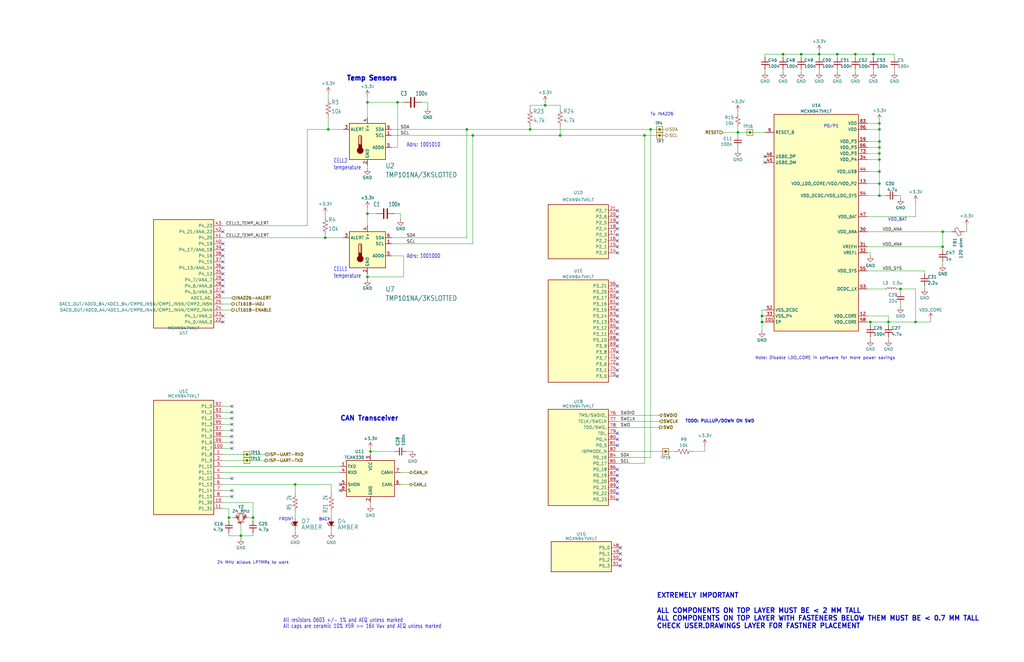
<source format=kicad_sch>
(kicad_sch (version 20250114) (generator "eeschema") (generator_version "9.0")
  (paper "USLedger")
  (title_block (title "OreSat Solar Module: GaAs + MCXN") (date "2026-02-23") (rev "1.1") (company "Portland State Aerospace Society"))
  (text " To INA226" (at 278.638 48.26 0) (effects (font (size 1.27 1.27))))
  (text "Note: Disable LDO_CORE in software for more power savings" (at 347.98 151.13 0) (effects (font (size 1.27 1.27))))
  (text "P0/P1" (at 350.52 53.34 0) (effects (font (size 1.27 1.27))))
  (text "Temp Sensors" (at 146.05 34.29 0) (effects (font (size 2 2) (thickness 0.6477) (bold yes)) (justify left bottom)))
  (text "VDD_BAT" (at 378.46 92.71 0) (effects (font (size 1.27 1.27))))
  (text "TODO: PULLUP/DOWN ON SWD\n" (at 303.53 177.8 0) (effects (font (size 1.27 1.27) (thickness 0.254) (bold yes))))
  (text "CAN Transceiver" (at 168.148 177.8 0) (effects (font (size 2 2) (thickness 0.4318) (bold yes)) (justify right bottom)))
  (text "Adrs: 1001010" (at 171.45 62.23 0) (effects (font (size 1.778 1.27)) (justify left bottom)))
  (text "FRONT" (at 120.65 219.202 0) (effects (font (size 1.27 1.27))))
  (text "Adrs: 1001000" (at 171.45 109.22 0) (effects (font (size 1.778 1.27)) (justify left bottom)))
  (text "24 MHz allows LPTMRs to work" (at 106.68 237.49 0) (effects (font (size 1.27 1.27))))
  (text "CELL2\ntemperature" (at 140.716 71.882 0) (effects (font (size 1.778 1.27)) (justify left bottom)))
  (text "EXTREMELY IMPORTANT\n\nALL COMPONENTS ON TOP LAYER MUST BE < 2 MM TALL\nALL COMPONENTS ON TOP LAYER WITH FASTENERS BELOW THEM MUST BE < 0.7 MM TALL\nCHECK USER.DRAWINGS LAYER FOR FASTNER PLACEMENT\n" (at 276.86 265.43 0) (effects (font (size 2 2) (thickness 0.4) (bold yes)) (justify left bottom)))
  (text "All resistors 0603 +/- 1% and AEQ unless marked" (at 119.38 262.89 0) (effects (font (size 1.778 1.27)) (justify left bottom)))
  (text "BACK" (at 136.906 219.202 0) (effects (font (size 1.27 1.27))))
  (text "CELL1\ntemperature" (at 140.716 117.602 0) (effects (font (size 1.778 1.27)) (justify left bottom)))
  (text "All caps are ceramic 10% X5R >= 16V Vwv and AEQ unless marked" (at 119.38 265.43 0) (effects (font (size 1.778 1.27)) (justify left bottom)))
  (junction (at 137.16 100.33))
  (junction (at 321.31 135.89))
  (junction (at 124.46 204.47))
  (junction (at 311.15 55.88))
  (junction (at 167.64 43.18))
  (junction (at 280.67 190.5))
  (junction (at 271.78 57.15))
  (junction (at 370.84 82.55))
  (junction (at 199.39 57.15))
  (junction (at 106.68 218.44))
  (junction (at 370.84 62.23))
  (junction (at 345.44 22.86))
  (junction (at 360.68 22.86))
  (junction (at 223.52 54.61))
  (junction (at 278.13 57.15))
  (junction (at 316.23 55.88))
  (junction (at 370.84 59.69))
  (junction (at 370.84 77.47))
  (junction (at 278.13 54.61))
  (junction (at 321.31 133.35))
  (junction (at 370.84 67.31))
  (junction (at 337.82 22.86))
  (junction (at 367.03 135.89))
  (junction (at 379.73 121.92))
  (junction (at 154.94 116.84))
  (junction (at 274.32 54.61))
  (junction (at 154.94 43.18))
  (junction (at 154.94 90.17))
  (junction (at 104.14 194.31))
  (junction (at 370.84 64.77))
  (junction (at 370.84 54.61))
  (junction (at 156.21 190.5))
  (junction (at 196.85 54.61))
  (junction (at 368.3 22.86))
  (junction (at 104.14 191.77))
  (junction (at 386.08 135.89))
  (junction (at 236.22 57.15))
  (junction (at 96.52 218.44))
  (junction (at 229.87 44.45))
  (junction (at 101.6 226.06))
  (junction (at 370.84 52.07))
  (junction (at 374.65 135.89))
  (junction (at 397.51 104.14))
  (junction (at 330.2 22.86))
  (junction (at 138.43 54.61))
  (junction (at 370.84 72.39))
  (junction (at 397.51 97.79))
  (junction (at 353.06 22.86))
  (no_connect (at 97.79 173.99))
  (no_connect (at 322.58 66.04))
  (no_connect (at 97.79 201.93))
  (no_connect (at 260.35 104.14))
  (no_connect (at 260.35 156.21))
  (no_connect (at 97.79 181.61))
  (no_connect (at 260.35 146.05))
  (no_connect (at 93.98 123.19))
  (no_connect (at 93.98 110.49))
  (no_connect (at 260.35 125.73))
  (no_connect (at 97.79 189.23))
  (no_connect (at 260.35 133.35))
  (no_connect (at 261.62 236.22))
  (no_connect (at 260.35 120.65))
  (no_connect (at 322.58 68.58))
  (no_connect (at 260.35 96.52))
  (no_connect (at 260.35 130.81))
  (no_connect (at 93.98 115.57))
  (no_connect (at 260.35 88.9))
  (no_connect (at 97.79 179.07))
  (no_connect (at 260.35 99.06))
  (no_connect (at 97.79 207.01))
  (no_connect (at 93.98 113.03))
  (no_connect (at 97.79 209.55))
  (no_connect (at 260.35 198.12))
  (no_connect (at 260.35 208.28))
  (no_connect (at 97.79 171.45))
  (no_connect (at 260.35 185.42))
  (no_connect (at 261.62 233.68))
  (no_connect (at 261.62 238.76))
  (no_connect (at 93.98 97.79))
  (no_connect (at 93.98 107.95))
  (no_connect (at 260.35 200.66))
  (no_connect (at 97.79 186.69))
  (no_connect (at 260.35 138.43))
  (no_connect (at 97.79 176.53))
  (no_connect (at 143.51 204.47))
  (no_connect (at 260.35 93.98))
  (no_connect (at 260.35 187.96))
  (no_connect (at 93.98 118.11))
  (no_connect (at 260.35 182.88))
  (no_connect (at 93.98 102.87))
  (no_connect (at 260.35 210.82))
  (no_connect (at 260.35 140.97))
  (no_connect (at 260.35 101.6))
  (no_connect (at 260.35 203.2))
  (no_connect (at 143.51 207.01))
  (no_connect (at 260.35 148.59))
  (no_connect (at 93.98 105.41))
  (no_connect (at 93.98 135.89))
  (no_connect (at 260.35 91.44))
  (no_connect (at 261.62 231.14))
  (no_connect (at 260.35 151.13))
  (no_connect (at 260.35 158.75))
  (no_connect (at 93.98 120.65))
  (no_connect (at 260.35 106.68))
  (no_connect (at 260.35 153.67))
  (no_connect (at 93.98 133.35))
  (no_connect (at 260.35 128.27))
  (no_connect (at 97.79 184.15))
  (no_connect (at 260.35 123.19))
  (no_connect (at 260.35 135.89))
  (no_connect (at 260.35 143.51))
  (no_connect (at 260.35 205.74))
  (wire (pts (xy 367.03 142.24) (xy 367.03 143.51)))
  (wire (pts (xy 374.65 135.89) (xy 374.65 133.35)))
  (wire (pts (xy 138.43 39.37) (xy 138.43 41.91)))
  (wire (pts (xy 397.51 97.79) (xy 397.51 104.14)))
  (wire (pts (xy 374.65 135.89) (xy 374.65 137.16)))
  (wire (pts (xy 129.54 54.61) (xy 129.54 95.25)) (stroke (width 0.1524)))
  (wire (pts (xy 260.35 195.58) (xy 267.97 195.58)))
  (wire (pts (xy 379.73 82.55) (xy 378.46 82.55)))
  (wire (pts (xy 353.06 29.21) (xy 353.06 30.48)))
  (wire (pts (xy 165.1 62.23) (xy 167.64 62.23)) (stroke (width 0.1524)))
  (wire (pts (xy 101.6 226.06) (xy 106.68 226.06)))
  (wire (pts (xy 196.85 54.61) (xy 223.52 54.61)) (stroke (width 0.1524)))
  (wire (pts (xy 96.52 226.06) (xy 101.6 226.06)))
  (wire (pts (xy 260.35 175.26) (xy 278.13 175.26)))
  (wire (pts (xy 139.7 215.9) (xy 139.7 218.44)) (stroke (width 0.1524)))
  (wire (pts (xy 337.82 29.21) (xy 337.82 30.48)))
  (wire (pts (xy 370.84 67.31) (xy 365.76 67.31)))
  (wire (pts (xy 101.6 226.06) (xy 101.6 220.98)))
  (wire (pts (xy 104.14 191.77) (xy 111.76 191.77)))
  (wire (pts (xy 370.84 50.8) (xy 370.84 52.07)))
  (wire (pts (xy 377.19 29.21) (xy 377.19 30.48)))
  (wire (pts (xy 143.51 199.39) (xy 93.98 199.39)))
  (wire (pts (xy 96.52 214.63) (xy 93.98 214.63)))
  (wire (pts (xy 165.1 107.95) (xy 170.18 107.95)) (stroke (width 0.1524)))
  (wire (pts (xy 177.8 43.18) (xy 180.34 43.18)) (stroke (width 0.1524)))
  (wire (pts (xy 401.32 97.79) (xy 397.51 97.79)))
  (wire (pts (xy 374.65 133.35) (xy 365.76 133.35)))
  (wire (pts (xy 345.44 22.86) (xy 353.06 22.86)))
  (wire (pts (xy 93.98 189.23) (xy 97.79 189.23)))
  (wire (pts (xy 311.15 55.88) (xy 316.23 55.88)))
  (wire (pts (xy 168.91 90.17) (xy 168.91 92.71)) (stroke (width 0.1524)))
  (wire (pts (xy 223.52 45.72) (xy 223.52 44.45)))
  (wire (pts (xy 311.15 46.99) (xy 311.15 48.26)))
  (wire (pts (xy 236.22 44.45) (xy 229.87 44.45)))
  (wire (pts (xy 322.58 130.81) (xy 321.31 130.81)))
  (wire (pts (xy 154.94 116.84) (xy 154.94 115.57)) (stroke (width 0.1524)))
  (wire (pts (xy 260.35 190.5) (xy 280.67 190.5)))
  (wire (pts (xy 166.37 90.17) (xy 168.91 90.17)) (stroke (width 0.1524)))
  (wire (pts (xy 260.35 180.34) (xy 278.13 180.34)))
  (wire (pts (xy 360.68 22.86) (xy 368.3 22.86)))
  (wire (pts (xy 93.98 179.07) (xy 97.79 179.07)))
  (wire (pts (xy 156.21 212.09) (xy 156.21 213.36)))
  (wire (pts (xy 345.44 21.59) (xy 345.44 22.86)))
  (wire (pts (xy 96.52 218.44) (xy 96.52 219.71)))
  (wire (pts (xy 156.21 190.5) (xy 156.21 191.77)))
  (wire (pts (xy 137.16 99.06) (xy 137.16 100.33)))
  (wire (pts (xy 386.08 121.92) (xy 386.08 135.89)))
  (wire (pts (xy 93.98 181.61) (xy 97.79 181.61)))
  (wire (pts (xy 180.34 43.18) (xy 180.34 45.72)))
  (wire (pts (xy 106.68 212.09) (xy 106.68 218.44)))
  (wire (pts (xy 278.13 57.15) (xy 280.67 57.15)) (stroke (width 0.1524)))
  (wire (pts (xy 322.58 29.21) (xy 322.58 30.48)))
  (wire (pts (xy 392.43 134.62) (xy 392.43 135.89)))
  (wire (pts (xy 337.82 22.86) (xy 345.44 22.86)))
  (wire (pts (xy 168.91 199.39) (xy 172.72 199.39)))
  (wire (pts (xy 236.22 53.34) (xy 236.22 57.15)))
  (wire (pts (xy 370.84 67.31) (xy 370.84 64.77)))
  (wire (pts (xy 330.2 22.86) (xy 337.82 22.86)))
  (wire (pts (xy 154.94 43.18) (xy 167.64 43.18)) (stroke (width 0.1524)))
  (wire (pts (xy 104.14 194.31) (xy 93.98 194.31)))
  (wire (pts (xy 93.98 209.55) (xy 97.79 209.55)))
  (wire (pts (xy 165.1 100.33) (xy 196.85 100.33)) (stroke (width 0.1524)))
  (wire (pts (xy 321.31 135.89) (xy 321.31 139.7)))
  (wire (pts (xy 96.52 218.44) (xy 96.52 214.63)))
  (wire (pts (xy 365.76 91.44) (xy 386.08 91.44)))
  (wire (pts (xy 165.1 102.87) (xy 199.39 102.87)) (stroke (width 0.1524)))
  (wire (pts (xy 379.73 121.92) (xy 386.08 121.92)))
  (wire (pts (xy 368.3 29.21) (xy 368.3 30.48)))
  (wire (pts (xy 93.98 191.77) (xy 104.14 191.77)))
  (wire (pts (xy 167.64 43.18) (xy 170.18 43.18)) (stroke (width 0.1524)))
  (wire (pts (xy 170.18 107.95) (xy 170.18 116.84)) (stroke (width 0.1524)))
  (wire (pts (xy 365.76 77.47) (xy 370.84 77.47)))
  (wire (pts (xy 386.08 85.09) (xy 386.08 91.44)))
  (wire (pts (xy 367.03 135.89) (xy 367.03 137.16)))
  (wire (pts (xy 138.43 49.53) (xy 138.43 50.8)))
  (wire (pts (xy 124.46 204.47) (xy 124.46 208.28)))
  (wire (pts (xy 370.84 77.47) (xy 370.84 82.55)))
  (wire (pts (xy 96.52 224.79) (xy 96.52 226.06)))
  (wire (pts (xy 139.7 204.47) (xy 139.7 208.28)))
  (wire (pts (xy 101.6 227.33) (xy 101.6 226.06)))
  (wire (pts (xy 311.15 53.34) (xy 311.15 55.88)))
  (wire (pts (xy 365.76 97.79) (xy 397.51 97.79)))
  (wire (pts (xy 236.22 45.72) (xy 236.22 44.45)))
  (wire (pts (xy 129.54 54.61) (xy 138.43 54.61)) (stroke (width 0.1524)))
  (wire (pts (xy 167.64 62.23) (xy 167.64 43.18)) (stroke (width 0.1524)))
  (wire (pts (xy 143.51 196.85) (xy 93.98 196.85)))
  (wire (pts (xy 389.89 114.3) (xy 389.89 115.57)))
  (wire (pts (xy 271.78 57.15) (xy 271.78 195.58)) (stroke (width 0.1524)))
  (wire (pts (xy 93.98 184.15) (xy 97.79 184.15)))
  (wire (pts (xy 322.58 22.86) (xy 322.58 24.13)))
  (wire (pts (xy 321.31 130.81) (xy 321.31 133.35)))
  (wire (pts (xy 370.84 82.55) (xy 373.38 82.55)))
  (wire (pts (xy 377.19 24.13) (xy 377.19 22.86)))
  (wire (pts (xy 170.18 116.84) (xy 154.94 116.84)) (stroke (width 0.1524)))
  (wire (pts (xy 139.7 223.52) (xy 139.7 224.79)))
  (wire (pts (xy 93.98 128.27) (xy 97.79 128.27)))
  (wire (pts (xy 365.76 104.14) (xy 397.51 104.14)))
  (wire (pts (xy 274.32 54.61) (xy 278.13 54.61)) (stroke (width 0.1524)))
  (wire (pts (xy 379.73 128.27) (xy 379.73 129.54)))
  (wire (pts (xy 104.14 218.44) (xy 106.68 218.44)))
  (wire (pts (xy 304.8 55.88) (xy 311.15 55.88)))
  (wire (pts (xy 154.94 90.17) (xy 154.94 95.25)) (stroke (width 0.1524)))
  (wire (pts (xy 138.43 50.8) (xy 138.43 54.61)) (stroke (width 0.1524)))
  (wire (pts (xy 93.98 173.99) (xy 97.79 173.99)))
  (wire (pts (xy 93.98 207.01) (xy 97.79 207.01)))
  (wire (pts (xy 367.03 106.68) (xy 367.03 107.95)))
  (wire (pts (xy 365.76 59.69) (xy 370.84 59.69)))
  (wire (pts (xy 330.2 22.86) (xy 330.2 24.13)))
  (wire (pts (xy 370.84 72.39) (xy 370.84 77.47)))
  (wire (pts (xy 168.91 204.47) (xy 172.72 204.47)))
  (wire (pts (xy 292.1 190.5) (xy 297.18 190.5)))
  (wire (pts (xy 373.38 121.92) (xy 365.76 121.92)))
  (wire (pts (xy 260.35 193.04) (xy 267.97 193.04)))
  (wire (pts (xy 392.43 135.89) (xy 386.08 135.89)))
  (wire (pts (xy 236.22 57.15) (xy 271.78 57.15)) (stroke (width 0.1524)))
  (wire (pts (xy 370.84 52.07) (xy 365.76 52.07)))
  (wire (pts (xy 199.39 57.15) (xy 236.22 57.15)) (stroke (width 0.1524)))
  (wire (pts (xy 370.84 64.77) (xy 370.84 62.23)))
  (wire (pts (xy 96.52 218.44) (xy 99.06 218.44)))
  (wire (pts (xy 353.06 22.86) (xy 353.06 24.13)))
  (wire (pts (xy 360.68 29.21) (xy 360.68 30.48)))
  (wire (pts (xy 321.31 133.35) (xy 321.31 135.89)))
  (wire (pts (xy 274.32 54.61) (xy 274.32 193.04)) (stroke (width 0.1524)))
  (wire (pts (xy 271.78 57.15) (xy 278.13 57.15)) (stroke (width 0.1524)))
  (wire (pts (xy 370.84 62.23) (xy 365.76 62.23)))
  (wire (pts (xy 106.68 218.44) (xy 106.68 219.71)))
  (wire (pts (xy 379.73 83.82) (xy 379.73 82.55)))
  (wire (pts (xy 345.44 29.21) (xy 345.44 30.48)))
  (wire (pts (xy 137.16 100.33) (xy 144.78 100.33)) (stroke (width 0.1524)))
  (wire (pts (xy 223.52 44.45) (xy 229.87 44.45)))
  (wire (pts (xy 260.35 177.8) (xy 278.13 177.8)))
  (wire (pts (xy 93.98 125.73) (xy 97.79 125.73)))
  (wire (pts (xy 337.82 22.86) (xy 337.82 24.13)))
  (wire (pts (xy 379.73 123.19) (xy 379.73 121.92)))
  (wire (pts (xy 278.13 54.61) (xy 280.67 54.61)) (stroke (width 0.1524)))
  (wire (pts (xy 124.46 204.47) (xy 139.7 204.47)))
  (wire (pts (xy 280.67 190.5) (xy 284.48 190.5)))
  (wire (pts (xy 93.98 186.69) (xy 97.79 186.69)))
  (wire (pts (xy 370.84 54.61) (xy 370.84 59.69)))
  (wire (pts (xy 93.98 204.47) (xy 124.46 204.47)))
  (wire (pts (xy 368.3 22.86) (xy 368.3 24.13)))
  (wire (pts (xy 330.2 29.21) (xy 330.2 30.48)))
  (wire (pts (xy 370.84 59.69) (xy 370.84 62.23)))
  (wire (pts (xy 106.68 224.79) (xy 106.68 226.06)))
  (wire (pts (xy 365.76 114.3) (xy 389.89 114.3)))
  (wire (pts (xy 370.84 64.77) (xy 365.76 64.77)))
  (wire (pts (xy 104.14 194.31) (xy 111.76 194.31)))
  (wire (pts (xy 93.98 100.33) (xy 137.16 100.33)))
  (wire (pts (xy 93.98 201.93) (xy 97.79 201.93)))
  (wire (pts (xy 223.52 53.34) (xy 223.52 54.61)))
  (wire (pts (xy 154.94 90.17) (xy 158.75 90.17)) (stroke (width 0.1524)))
  (wire (pts (xy 370.84 54.61) (xy 365.76 54.61)))
  (wire (pts (xy 407.67 97.79) (xy 406.4 97.79)))
  (wire (pts (xy 365.76 82.55) (xy 370.84 82.55)))
  (wire (pts (xy 365.76 135.89) (xy 367.03 135.89)))
  (wire (pts (xy 322.58 133.35) (xy 321.31 133.35)))
  (wire (pts (xy 154.94 40.64) (xy 154.94 43.18)) (stroke (width 0.1524)))
  (wire (pts (xy 374.65 142.24) (xy 374.65 143.51)))
  (wire (pts (xy 370.84 67.31) (xy 370.84 72.39)))
  (wire (pts (xy 365.76 106.68) (xy 367.03 106.68)))
  (wire (pts (xy 124.46 215.9) (xy 124.46 218.44)) (stroke (width 0.1524)))
  (wire (pts (xy 379.73 121.92) (xy 378.46 121.92)))
  (wire (pts (xy 386.08 135.89) (xy 374.65 135.89)))
  (wire (pts (xy 397.51 104.14) (xy 397.51 105.41)))
  (wire (pts (xy 154.94 43.18) (xy 154.94 49.53)) (stroke (width 0.1524)))
  (wire (pts (xy 138.43 54.61) (xy 144.78 54.61)) (stroke (width 0.1524)))
  (wire (pts (xy 156.21 189.23) (xy 156.21 190.5)))
  (wire (pts (xy 345.44 22.86) (xy 345.44 24.13)))
  (wire (pts (xy 171.45 190.5) (xy 173.99 190.5)))
  (wire (pts (xy 389.89 120.65) (xy 389.89 121.92)))
  (wire (pts (xy 154.94 71.12) (xy 154.94 69.85)) (stroke (width 0.1524)))
  (wire (pts (xy 321.31 135.89) (xy 322.58 135.89)))
  (wire (pts (xy 93.98 176.53) (xy 97.79 176.53)))
  (wire (pts (xy 353.06 22.86) (xy 360.68 22.86)))
  (wire (pts (xy 137.16 90.17) (xy 137.16 91.44)))
  (wire (pts (xy 397.51 111.76) (xy 397.51 110.49)))
  (wire (pts (xy 154.94 87.63) (xy 154.94 90.17)) (stroke (width 0.1524)))
  (wire (pts (xy 311.15 62.23) (xy 311.15 63.5)))
  (wire (pts (xy 156.21 190.5) (xy 166.37 190.5)))
  (wire (pts (xy 196.85 100.33) (xy 196.85 54.61)) (stroke (width 0.1524)))
  (wire (pts (xy 199.39 102.87) (xy 199.39 57.15)) (stroke (width 0.1524)))
  (wire (pts (xy 311.15 55.88) (xy 311.15 57.15)))
  (wire (pts (xy 370.84 72.39) (xy 365.76 72.39)))
  (wire (pts (xy 93.98 130.81) (xy 97.79 130.81)))
  (wire (pts (xy 316.23 55.88) (xy 322.58 55.88)))
  (wire (pts (xy 93.98 171.45) (xy 97.79 171.45)))
  (wire (pts (xy 223.52 54.61) (xy 274.32 54.61)) (stroke (width 0.1524)))
  (wire (pts (xy 407.67 97.79) (xy 407.67 95.25)))
  (wire (pts (xy 377.19 22.86) (xy 368.3 22.86)))
  (wire (pts (xy 322.58 22.86) (xy 330.2 22.86)))
  (wire (pts (xy 93.98 212.09) (xy 106.68 212.09)))
  (wire (pts (xy 165.1 57.15) (xy 199.39 57.15)) (stroke (width 0.1524)))
  (wire (pts (xy 274.32 193.04) (xy 267.97 193.04)) (stroke (width 0.1524)))
  (wire (pts (xy 297.18 187.96) (xy 297.18 190.5)))
  (wire (pts (xy 229.87 44.45) (xy 229.87 43.18)))
  (wire (pts (xy 154.94 116.84) (xy 154.94 118.11)) (stroke (width 0.1524)))
  (wire (pts (xy 129.54 95.25) (xy 93.98 95.25)) (stroke (width 0.1524)))
  (wire (pts (xy 360.68 22.86) (xy 360.68 24.13)))
  (wire (pts (xy 367.03 135.89) (xy 374.65 135.89)))
  (wire (pts (xy 124.46 223.52) (xy 124.46 224.79)))
  (wire (pts (xy 370.84 54.61) (xy 370.84 52.07)))
  (wire (pts (xy 271.78 195.58) (xy 267.97 195.58)) (stroke (width 0.1524)))
  (wire (pts (xy 165.1 54.61) (xy 196.85 54.61)) (stroke (width 0.1524)))
  (label "SWDIO" (at 261.62 175.26 0))
  (label "VDD_ANA" (at 372.11 104.14 0))
  (label "VDD_ANA" (at 372.11 97.79 0))
  (label "SDA" (at 168.91 54.61 0))
  (label "SCL" (at 171.45 102.87 0))
  (label "SWO" (at 261.62 180.34 0))
  (label "VDD_SYS" (at 372.11 114.3 0))
  (label "SWCLK" (at 261.62 177.8 0))
  (label "CELL1_TEMP_ALERT" (at 95.25 95.25 0))
  (label "CELL2_TEMP_ALERT" (at 95.25 100.33 0))
  (label "SDA" (at 171.45 100.33 0))
  (label "SDA" (at 261.62 193.04 0))
  (label "SCL" (at 168.91 57.15 0))
  (label "SCL" (at 261.62 195.58 0))
  (hierarchical_label "ISP-UART-RXD" (shape input) (at 111.76 191.77 0) (effects (font (thickness 0.254) (bold yes))))
  (hierarchical_label "LT1618-IADJ" (shape output) (at 97.79 128.27 0) (effects (font (size 1.2446 1.2446) (thickness 0.2489) (bold yes))))
  (hierarchical_label "SDA" (shape bidirectional) (at 280.67 54.61 0))
  (hierarchical_label "SCL" (shape output) (at 280.67 57.15 0))
  (hierarchical_label "RESET" (shape input) (at 304.8 55.88 180) (effects (font (thickness 0.254) (bold yes))))
  (hierarchical_label "SWO" (shape output) (at 278.13 180.34 0) (effects (font (thickness 0.254) (bold yes))))
  (hierarchical_label "ISP-UART-TXD" (shape output) (at 111.76 194.31 0) (effects (font (thickness 0.254) (bold yes))))
  (hierarchical_label "INA226-nALERT" (shape input) (at 97.79 125.73 0) (effects (font (thickness 0.254) (bold yes))))
  (hierarchical_label "CAN_H" (shape bidirectional) (at 172.72 199.39 0) (effects (font (thickness 0.254) (bold yes))))
  (hierarchical_label "SWDIO" (shape bidirectional) (at 278.13 175.26 0) (effects (font (thickness 0.254) (bold yes))))
  (hierarchical_label "CAN_L" (shape bidirectional) (at 172.72 204.47 0) (effects (font (thickness 0.254) (bold yes))))
  (hierarchical_label "LT1618-ENABLE" (shape output) (at 97.79 130.81 0) (effects (font (size 1.2446 1.2446) (thickness 0.2489) (bold yes))))
  (hierarchical_label "SWCLK" (shape input) (at 278.13 177.8 0) (effects (font (thickness 0.254) (bold yes))))
  (symbol (lib_id "Interface_CAN_LIN:TCAN330") (at 156.21 201.93 0) (unit 1)
    (property "Reference" "U11" (at 153.67 190.5 0) (effects (justify right)))
    (property "Value" "TCAN330" (at 153.67 193.04 0) (effects (justify right)))
    (property "Footprint" "Package_TO_SOT_SMD:SOT-23-8" (effects (hide yes)))
    (property "Datasheet" "http://www.ti.com/lit/ds/symlink/tcan337.pdf" (effects (hide yes)))
    (property "Description" "High-Speed CAN Transceiver, 1Mbps, 3.3V supply, silent mode, shutdown mode, SOT-23-8/SOIC-8" (effects (hide yes)))
    (property "MFR" "Texas Instruments" (effects (hide yes)))
    (property "MPN" "TCAN330DCNR" (effects (hide yes)))
    (property "DIS" "DigiKey" (effects (hide yes)))
    (property "DPN" "296-46215-1-ND" (effects (hide yes)))
  )
  (symbol (lib_id "oresat-ics:MCXN947VKLT") (at 243.84 139.7 180) (unit 5)
    (property "Reference" "U1" (at 243.84 114.3 0))
    (property "Value" "MCXN947VKLT" (at 243.84 116.84 0))
    (property "Footprint" "oresat-ics:MCXN947KVLT-QFP50P1600X1600X160-101N" (effects (hide yes)))
    (property "Datasheet" "https://www.nxp.com/docs/en/data-sheet/MCXNx4xDS.pdf" (effects (hide yes)))
    (property "Description" "ARM Microcontrollers - MCU MCXN10, 100HLQFP (also MCXN947VNLT)" (effects (hide yes)))
    (property "MFR" "NXP" (effects (hide yes)))
    (property "MPN" "MCXN947VKLT" (effects (hide yes)))
    (property "DIS" "Mouser" (effects (hide yes)))
    (property "DPN" "771-MCXN947VKLT" (effects (hide yes)))
    (pin "77" (alternate "TCLK/SWCLK"))
    (pin "79" (alternate "TDI "))
    (pin "76" (alternate "TMS/SWDIO "))
    (pin "78" (alternate "TDO/SWO "))
    (pin "82" (alternate "ISPMODE_N"))
    (pin "25" (alternate "DAC1_OUT/ADC0_B4/ADC1_B4/CMP0_IN5N/CMP1_IN5N/CMP2_IN5N"))
    (pin "26" (alternate "ADC1_A0 "))
    (pin "24" (alternate "DAC0_OUT/ADC0_A4/ADC1_A4/CMP0_IN4N/CMP1_IN4N/CMP2_IN4N"))
  )
  (symbol (lib_id "power:+3.3V") (at 311.15 46.99 0) (mirror y) (unit 1)
    (property "Reference" "#PWR018" (effects (hide yes)))
    (property "Value" "+3.3V" (at 311.15 42.8569 0))
    (property "Description" "Power symbol creates a global label with name \"+3.3V\"" (effects (hide yes)))
  )
  (symbol (lib_id "Device:C_Small") (at 379.73 125.73 0) (mirror y) (unit 1)
    (property "Reference" "C29" (at 378.46 124.46 0) (effects (justify left)))
    (property "Value" "22u" (at 378.46 127 0) (effects (justify left)))
    (property "Footprint" "oresat-passives:0805-C-NOSILK" (effects (hide yes)))
    (property "Datasheet" "https://search.murata.co.jp/Ceramy/image/img/A01X/G101/ENG/GRM21BR61E226ME44-01.pdf" (effects (hide yes)))
    (property "Description" "22 µF ±20% 25V Ceramic Capacitor X5R 0805 (2012 Metric)" (effects (hide yes)))
    (property "MFR" "Murata Electronics" (effects (hide yes)))
    (property "MPN" "GRM21BR61E226ME44L" (effects (hide yes)))
    (property "DIS" "DigiKey" (effects (hide yes)))
    (property "DPN" "490-9959-1-ND" (effects (hide yes)))
  )
  (symbol (lib_id "power:GND") (at 156.21 213.36 0) (mirror y) (unit 1)
    (property "Reference" "#PWR026" (effects (hide yes)))
    (property "Value" "GND" (at 156.21 217.4931 0))
    (property "Description" "Power symbol creates a global label with name \"GND\" , ground" (effects (hide yes)))
  )
  (symbol (lib_id "power:GND") (at 321.31 139.7 0) (mirror y) (unit 1)
    (property "Reference" "#PWR020" (effects (hide yes)))
    (property "Value" "GND" (at 321.31 143.51 0))
    (property "Description" "Power symbol creates a global label with name \"GND\" , ground" (effects (hide yes)))
  )
  (symbol (lib_id "Device:C_Small") (at 330.2 26.67 0) (unit 1)
    (property "Reference" "C48" (at 331.47 25.4 0) (effects (justify left)))
    (property "Value" "100n" (at 331.47 27.94 0) (effects (justify left)))
    (property "Footprint" "oresat-passives:0603-C-NOSILK" (effects (hide yes)))
    (property "Datasheet" "https://mm.digikey.com/Volume0/opasdata/d220001/medias/docus/1068/TMK107BJ104KAHT_SS.pdf" (effects (hide yes)))
    (property "Description" "100 nF (0.1µF) ±10% 25V Ceramic Capacitor X5R 0603 (1608 Metric)" (effects (hide yes)))
    (property "MFR" "Taiyo Yuden" (effects (hide yes)))
    (property "MPN" "TMK107BJ104KAHT" (effects (hide yes)))
    (property "DIS" "DigiKey" (effects (hide yes)))
    (property "DPN" "587-3472-1-ND" (effects (hide yes)))
  )
  (symbol (lib_id "power:GND") (at 368.3 30.48 0) (unit 1)
    (property "Reference" "#PWR050" (effects (hide yes)))
    (property "Value" "GND" (at 368.3 34.29 0))
    (property "Description" "Power symbol creates a global label with name \"GND\" , ground" (effects (hide yes)))
  )
  (symbol (lib_id "power:GND") (at 322.58 30.48 0) (unit 1)
    (property "Reference" "#PWR037" (effects (hide yes)))
    (property "Value" "GND" (at 322.58 34.29 0))
    (property "Description" "Power symbol creates a global label with name \"GND\" , ground" (effects (hide yes)))
  )
  (symbol (lib_id "power:GND") (at 397.51 111.76 0) (unit 1)
    (property "Reference" "#PWR038" (effects (hide yes)))
    (property "Value" "GND" (at 397.51 115.57 0))
    (property "Description" "Power symbol creates a global label with name \"GND\" , ground" (effects (hide yes)))
  )
  (symbol (lib_id "Device:C_Small") (at 106.68 222.25 0) (unit 1)
    (property "Reference" "C25" (at 109.0041 221.0441 0) (effects (justify left)))
    (property "Value" "4.7p" (at 109.0041 223.4684 0) (effects (justify left)))
    (property "Footprint" "oresat-passives:0603-C-NOSILK" (effects (hide yes)))
    (property "Datasheet" "https://search.murata.co.jp/Ceramy/image/img/A01X/G101/ENG/GRM1885C1H4R7WA01-01A.pdf" (effects (hide yes)))
    (property "Description" "4.7 pF ±0.05pF 50V Ceramic Capacitor C0G, NP0 0603 (1608 Metric)" (effects (hide yes)))
    (property "MFR" "Murata" (effects (hide yes)))
    (property "MPN" "GRM1885C1H4R7WA01D" (effects (hide yes)))
    (property "DIS" "DigiKey" (effects (hide yes)))
    (property "DPN" "490-GRM1885C1H4R7WA01DCT-ND" (effects (hide yes)))
  )
  (symbol (lib_id "Device:C_Small") (at 375.92 82.55 90) (unit 1)
    (property "Reference" "C30" (at 377.19 77.47 90) (effects (justify left)))
    (property "Value" "4.7u" (at 378.46 80.01 90) (effects (justify left)))
    (property "Footprint" "oresat-passives:0603-C-NOSILK" (effects (hide yes)))
    (property "Datasheet" "https://mm.digikey.com/Volume0/opasdata/d220001/medias/docus/727/EMK107BBJ475KAHT_SS.pdf" (effects (hide yes)))
    (property "Description" "4.7 µF ±10% 16V Ceramic Capacitor X5R 0603 (1608 Metric)" (effects (hide yes)))
    (property "MFR" "Taiyo Yuden" (effects (hide yes)))
    (property "MPN" "EMK107BBJ475KAHT" (effects (hide yes)))
    (property "DIS" "DigiKey" (effects (hide yes)))
    (property "DPN" "587-4332-1-ND" (effects (hide yes)))
  )
  (symbol (lib_id "Device:C_Small") (at 367.03 139.7 0) (unit 1)
    (property "Reference" "C26" (at 368.3 138.43 0) (effects (justify left)))
    (property "Value" "100n" (at 368.3 140.97 0) (effects (justify left)))
    (property "Footprint" "oresat-passives:0603-C-NOSILK" (effects (hide yes)))
    (property "Datasheet" "https://mm.digikey.com/Volume0/opasdata/d220001/medias/docus/1068/TMK107BJ104KAHT_SS.pdf" (effects (hide yes)))
    (property "Description" "100 nF (0.1µF) ±10% 25V Ceramic Capacitor X5R 0603 (1608 Metric)" (effects (hide yes)))
    (property "MFR" "Taiyo Yuden" (effects (hide yes)))
    (property "MPN" "TMK107BJ104KAHT" (effects (hide yes)))
    (property "DIS" "DigiKey" (effects (hide yes)))
    (property "DPN" "587-3472-1-ND" (effects (hide yes)))
  )
  (symbol (lib_id "Device:R_Small_US") (at 311.15 50.8 0) (mirror x) (unit 1)
    (property "Reference" "R15" (at 309.499 49.5878 0) (effects (justify right)))
    (property "Value" "10k" (at 309.499 52.0121 0) (effects (justify right)))
    (property "Footprint" "oresat-passives:0603-C-NOSILK" (effects (hide yes)))
    (property "Datasheet" "https://www.seielect.com/catalog/sei-rmcf_rmcp.pdf" (effects (hide yes)))
    (property "Description" "10 kOhms ±1% 0.1W, 1/10W Chip Resistor 0603 (1608 Metric) Automotive AEC-Q200 Thick Film" (effects (hide yes)))
    (property "MFR" "Stackpole Electronics Inc" (effects (hide yes)))
    (property "MPN" "RMCF0603FT10K0" (effects (hide yes)))
    (property "DIS" "DigiKey" (effects (hide yes)))
    (property "DPN" "RMCF0603FT10K0CT-ND" (effects (hide yes)))
  )
  (symbol (lib_id "power:GND") (at 101.6 227.33 0) (mirror y) (unit 1)
    (property "Reference" "#PWR022" (effects (hide yes)))
    (property "Value" "GND" (at 101.6 231.14 0))
    (property "Description" "Power symbol creates a global label with name \"GND\" , ground" (effects (hide yes)))
  )
  (symbol (lib_id "Device:C_Small") (at 322.58 26.67 0) (unit 1)
    (property "Reference" "C46" (at 323.85 25.4 0) (effects (justify left)))
    (property "Value" "100n" (at 323.85 27.94 0) (effects (justify left)))
    (property "Footprint" "oresat-passives:0603-C-NOSILK" (effects (hide yes)))
    (property "Datasheet" "https://mm.digikey.com/Volume0/opasdata/d220001/medias/docus/1068/TMK107BJ104KAHT_SS.pdf" (effects (hide yes)))
    (property "Description" "100 nF (0.1µF) ±10% 25V Ceramic Capacitor X5R 0603 (1608 Metric)" (effects (hide yes)))
    (property "MFR" "Taiyo Yuden" (effects (hide yes)))
    (property "MPN" "TMK107BJ104KAHT" (effects (hide yes)))
    (property "DIS" "DigiKey" (effects (hide yes)))
    (property "DPN" "587-3472-1-ND" (effects (hide yes)))
  )
  (symbol (lib_id "Device:LED_Small_Filled") (at 139.7 220.98 90) (unit 1)
    (property "Reference" "D4" (at 142.24 220.98 90) (effects (font (size 1.778 1.778)) (justify right top)))
    (property "Value" "AMBER" (at 142.24 223.52 90) (effects (font (size 1.778 1.778)) (justify right top)))
    (property "Footprint" "LED_SMD:LED_0603_1608Metric" (effects (hide yes)))
    (property "Datasheet" "https://www.we-online.com/components/products/datasheet/150060AS75000.pdf" (effects (hide yes)))
    (property "Description" "Amber 605nm LED Indication - Discrete 2V 0603 (1608 Metric)" (effects (hide yes)))
    (property "DIS" "DigiKey" (effects (hide yes)))
    (property "DPN" "732-150060AS75000CT-ND" (effects (hide yes)))
    (property "MFR" "Wurth" (effects (hide yes)))
    (property "MPN" "150060AS75000" (effects (hide yes)))
    (property "Sim.Pins" "1=K 2=A" (effects (hide yes)))
  )
  (symbol (lib_id "Device:C") (at 173.99 43.18 90) (mirror x) (unit 1)
    (property "Reference" "C3" (at 168.91 40.386 90) (effects (font (size 1.778 1.27)) (justify right bottom)))
    (property "Value" "100n" (at 175.26 40.386 90) (effects (font (size 1.778 1.27)) (justify right bottom)))
    (property "Footprint" "oresat-passives:0603-C-NOSILK" (effects (hide yes)))
    (property "Datasheet" "https://mm.digikey.com/Volume0/opasdata/d220001/medias/docus/1068/TMK107BJ104KAHT_SS.pdf" (effects (hide yes)))
    (property "Description" "100 nF (0.1µF) ±10% 25V Ceramic Capacitor X5R 0603 (1608 Metric)" (effects (hide yes)))
    (property "DIS" "DigiKey" (effects (hide yes)))
    (property "DPN" "587-3472-1-ND" (effects (hide yes)))
    (property "MFR" "Taiyo Yuden" (effects (hide yes)))
    (property "MPN" "TMK107BJ104KAHT" (effects (hide yes)))
  )
  (symbol (lib_id "oresat-misc:Test-Point-0.75mm-th") (at 280.67 190.5 90) (unit 1) (in_bom no)
    (property "Reference" "TP19" (at 282.702 193.04 90) (effects (font (size 1.27 1.0795)) (justify left)))
    (property "Value" "Test-Point" (effects (hide yes)))
    (property "Footprint" "oresat-misc:TestPoint-0.75mm-th" (effects (hide yes)))
    (property "Description" "0.75 mm TH test point; good for scope probes and jumpers" (effects (hide yes)))
  )
  (symbol (lib_id "power:+3.3V") (at 137.16 90.17 0) (mirror y) (unit 1)
    (property "Reference" "#PWR053" (effects (hide yes)))
    (property "Value" "+3.3V" (at 137.16 86.0369 0))
    (property "Description" "Power symbol creates a global label with name \"+3.3V\"" (effects (hide yes)))
  )
  (symbol (lib_id "Device:R_US") (at 124.46 212.09 0) (mirror y) (unit 1)
    (property "Reference" "R5" (at 122.936 212.598 90) (effects (font (size 1.778 1.27)) (justify right top)))
    (property "Value" "2k" (at 122.936 208.788 90) (effects (font (size 1.778 1.27)) (justify right top)))
    (property "Footprint" "oresat-passives:0603-C-NOSILK" (effects (hide yes)))
    (property "Datasheet" "https://www.seielect.com/catalog/sei-rmcf_rmcp.pdf" (effects (hide yes)))
    (property "Description" "2 kOhms ±1% 0.1W, 1/10W Chip Resistor 0603 (1608 Metric) Automotive AEC-Q200 Thick Film" (effects (hide yes)))
    (property "DIS" "Digi-Key" (effects (hide yes)))
    (property "DPN" "RMCF0603FT2K00TR-ND" (effects (hide yes)))
    (property "MFR" "Stackpole Electronics Inc" (effects (hide yes)))
    (property "MPN" "RMCF0603FT2K00" (effects (hide yes)))
  )
  (symbol (lib_id "Device:R_US") (at 288.29 190.5 90) (unit 1)
    (property "Reference" "R9" (at 288.29 185.4665 90))
    (property "Value" "10k" (at 288.29 187.8908 90))
    (property "Footprint" "oresat-passives:0603-C-NOSILK" (effects (hide yes)))
    (property "Datasheet" "https://www.seielect.com/catalog/sei-rmcf_rmcp.pdf" (effects (hide yes)))
    (property "Description" "10 kOhms ±1% 0.1W, 1/10W Chip Resistor 0603 (1608 Metric) Automotive AEC-Q200 Thick Film" (effects (hide yes)))
    (property "DIS" "DigiKey" (effects (hide yes)))
    (property "DPN" "RMCF0603FT10K0CT-ND" (effects (hide yes)))
    (property "MFR" "Stackpole Electronics Inc" (effects (hide yes)))
    (property "MPN" "RMCF0603FT10K0" (effects (hide yes)))
  )
  (symbol (lib_id "power:GND") (at 173.99 190.5 0) (unit 1)
    (property "Reference" "#PWR032" (effects (hide yes)))
    (property "Value" "GND" (at 173.99 194.6331 0))
    (property "Description" "Power symbol creates a global label with name \"GND\" , ground" (effects (hide yes)))
  )
  (symbol (lib_id "power:+3.3V") (at 156.21 189.23 0) (mirror y) (unit 1)
    (property "Reference" "#PWR025" (effects (hide yes)))
    (property "Value" "+3.3V" (at 156.21 185.0969 0))
    (property "Description" "Power symbol creates a global label with name \"+3.3V\"" (effects (hide yes)))
  )
  (symbol (lib_id "power:GND") (at 154.94 71.12 0) (mirror y) (unit 1)
    (property "Reference" "#PWR08" (effects (hide yes)))
    (property "Value" "GND" (at 154.94 74.93 0))
    (property "Description" "Power symbol creates a global label with name \"GND\" , ground" (effects (hide yes)))
  )
  (symbol (lib_id "power:+3.3V") (at 297.18 187.96 0) (mirror y) (unit 1)
    (property "Reference" "#PWR017" (effects (hide yes)))
    (property "Value" "+3.3V" (at 297.18 183.8269 0))
    (property "Description" "Power symbol creates a global label with name \"+3.3V\"" (effects (hide yes)))
  )
  (symbol (lib_id "power:VDD") (at 392.43 134.62 0) (mirror y) (unit 1)
    (property "Reference" "#PWR034" (effects (hide yes)))
    (property "Value" "VDD_CORE" (at 392.43 130.81 0))
    (property "Description" "Power symbol creates a global label with name \"VDD_CORE\"" (effects (hide yes)))
  )
  (symbol (lib_id "oresat-ics:MCXN947VKLT") (at 245.11 234.95 0) (mirror y) (unit 7)
    (property "Reference" "U1" (at 245.11 225.298 0))
    (property "Value" "MCXN947VKLT" (at 245.11 227.33 0))
    (property "Footprint" "oresat-ics:MCXN947KVLT-QFP50P1600X1600X160-101N" (effects (hide yes)))
    (property "Datasheet" "https://www.nxp.com/docs/en/data-sheet/MCXNx4xDS.pdf" (effects (hide yes)))
    (property "Description" "ARM Microcontrollers - MCU MCXN10, 100HLQFP (also MCXN947VNLT)" (effects (hide yes)))
    (property "MFR" "NXP" (effects (hide yes)))
    (property "MPN" "MCXN947VKLT" (effects (hide yes)))
    (property "DIS" "Mouser" (effects (hide yes)))
    (property "DPN" "771-MCXN947VKLT" (effects (hide yes)))
    (pin "77" (alternate "TCLK/SWCLK"))
    (pin "79" (alternate "TDI "))
    (pin "76" (alternate "TMS/SWDIO "))
    (pin "78" (alternate "TDO/SWO "))
    (pin "82" (alternate "ISPMODE_N"))
    (pin "25" (alternate "DAC1_OUT/ADC0_B4/ADC1_B4/CMP0_IN5N/CMP1_IN5N/CMP2_IN5N"))
    (pin "26" (alternate "ADC1_A0 "))
    (pin "24" (alternate "DAC0_OUT/ADC0_A4/ADC1_A4/CMP0_IN4N/CMP1_IN4N/CMP2_IN4N"))
  )
  (symbol (lib_id "Device:C_Small") (at 374.65 139.7 0) (unit 1)
    (property "Reference" "C27" (at 375.92 138.43 0) (effects (justify left)))
    (property "Value" "4.7u" (at 375.92 140.97 0) (effects (justify left)))
    (property "Footprint" "oresat-passives:0603-C-NOSILK" (effects (hide yes)))
    (property "Datasheet" "https://mm.digikey.com/Volume0/opasdata/d220001/medias/docus/727/EMK107BBJ475KAHT_SS.pdf" (effects (hide yes)))
    (property "Description" "4.7 µF ±10% 16V Ceramic Capacitor X5R 0603 (1608 Metric)" (effects (hide yes)))
    (property "MFR" "Taiyo Yuden" (effects (hide yes)))
    (property "MPN" "EMK107BBJ475KAHT" (effects (hide yes)))
    (property "DIS" "DigiKey" (effects (hide yes)))
    (property "DPN" "587-4332-1-ND" (effects (hide yes)))
  )
  (symbol (lib_id "Device:C") (at 162.56 90.17 90) (mirror x) (unit 1)
    (property "Reference" "C1" (at 157.48 87.122 90) (effects (font (size 1.778 1.27)) (justify right bottom)))
    (property "Value" "100n" (at 163.83 87.122 90) (effects (font (size 1.778 1.27)) (justify right bottom)))
    (property "Footprint" "oresat-passives:0603-C-NOSILK" (effects (hide yes)))
    (property "Datasheet" "https://mm.digikey.com/Volume0/opasdata/d220001/medias/docus/1068/TMK107BJ104KAHT_SS.pdf" (effects (hide yes)))
    (property "Description" "100 nF (0.1µF) ±10% 25V Ceramic Capacitor X5R 0603 (1608 Metric)" (effects (hide yes)))
    (property "DIS" "DigiKey" (effects (hide yes)))
    (property "DPN" "587-3472-1-ND" (effects (hide yes)))
    (property "MFR" "Taiyo Yuden" (effects (hide yes)))
    (property "MPN" "TMK107BJ104KAHT" (effects (hide yes)))
  )
  (symbol (lib_id "oresat-ics:MCXN947VKLT") (at 77.47 115.57 180) (unit 6)
    (property "Reference" "U1" (at 77.47 140.462 0))
    (property "Value" "MCXN947VKLT" (at 77.47 138.43 0))
    (property "Footprint" "oresat-ics:MCXN947KVLT-QFP50P1600X1600X160-101N" (effects (hide yes)))
    (property "Datasheet" "https://www.nxp.com/docs/en/data-sheet/MCXNx4xDS.pdf" (effects (hide yes)))
    (property "Description" "ARM Microcontrollers - MCU MCXN10, 100HLQFP (also MCXN947VNLT)" (effects (hide yes)))
    (property "MFR" "NXP" (effects (hide yes)))
    (property "MPN" "MCXN947VKLT" (effects (hide yes)))
    (property "DIS" "Mouser" (effects (hide yes)))
    (property "DPN" "771-MCXN947VKLT" (effects (hide yes)))
    (pin "77" (alternate "TCLK/SWCLK"))
    (pin "79" (alternate "TDI "))
    (pin "76" (alternate "TMS/SWDIO "))
    (pin "78" (alternate "TDO/SWO "))
    (pin "82" (alternate "ISPMODE_N"))
    (pin "25" (alternate "DAC1_OUT/ADC0_B4/ADC1_B4/CMP0_IN5N/CMP1_IN5N/CMP2_IN5N"))
    (pin "26" (alternate "ADC1_A0 "))
    (pin "24" (alternate "DAC0_OUT/ADC0_A4/ADC1_A4/CMP0_IN4N/CMP1_IN4N/CMP2_IN4N"))
  )
  (symbol (lib_id "power:+3.3V") (at 138.43 39.37 0) (mirror y) (unit 1)
    (property "Reference" "#PWR048" (effects (hide yes)))
    (property "Value" "+3.3V" (at 138.43 35.2369 0))
    (property "Description" "Power symbol creates a global label with name \"+3.3V\"" (effects (hide yes)))
  )
  (symbol (lib_id "oresat-misc:Test-Point-0.75mm-th") (at 104.14 191.77 270) (mirror x) (unit 1) (in_bom no)
    (property "Reference" "TP15" (at 105.664 191.008 90) (effects (font (size 1.27 1.0795)) (justify left)))
    (property "Value" "Test-Point" (effects (hide yes)))
    (property "Footprint" "oresat-misc:TestPoint-0.75mm-th" (effects (hide yes)))
    (property "Description" "0.75 mm TH test point; good for scope probes and jumpers" (effects (hide yes)))
  )
  (symbol (lib_id "Device:R_US") (at 139.7 212.09 0) (mirror y) (unit 1)
    (property "Reference" "R21" (at 138.176 212.598 90) (effects (font (size 1.778 1.27)) (justify right top)))
    (property "Value" "2k" (at 138.176 208.788 90) (effects (font (size 1.778 1.27)) (justify right top)))
    (property "Footprint" "oresat-passives:0603-C-NOSILK" (effects (hide yes)))
    (property "Datasheet" "https://www.seielect.com/catalog/sei-rmcf_rmcp.pdf" (effects (hide yes)))
    (property "Description" "2 kOhms ±1% 0.1W, 1/10W Chip Resistor 0603 (1608 Metric) Automotive AEC-Q200 Thick Film" (effects (hide yes)))
    (property "DIS" "Digi-Key" (effects (hide yes)))
    (property "DPN" "RMCF0603FT2K00TR-ND" (effects (hide yes)))
    (property "MFR" "Stackpole Electronics Inc" (effects (hide yes)))
    (property "MPN" "RMCF0603FT2K00" (effects (hide yes)))
  )
  (symbol (lib_id "Device:C_Small") (at 311.15 59.69 0) (mirror y) (unit 1)
    (property "Reference" "C11" (at 308.8259 58.4841 0) (effects (justify left)))
    (property "Value" "100n" (at 308.8259 60.9084 0) (effects (justify left)))
    (property "Footprint" "oresat-passives:0603-C-NOSILK" (effects (hide yes)))
    (property "Datasheet" "https://mm.digikey.com/Volume0/opasdata/d220001/medias/docus/1068/TMK107BJ104KAHT_SS.pdf" (effects (hide yes)))
    (property "Description" "100 nF (0.1µF) ±10% 25V Ceramic Capacitor X5R 0603 (1608 Metric)" (effects (hide yes)))
    (property "MFR" "Taiyo Yuden" (effects (hide yes)))
    (property "MPN" "TMK107BJ104KAHT" (effects (hide yes)))
    (property "DIS" "DigiKey" (effects (hide yes)))
    (property "DPN" "587-3472-1-ND" (effects (hide yes)))
  )
  (symbol (lib_id "Device:Crystal_GND24_Small") (at 101.6 218.44 0) (unit 1)
    (property "Reference" "Y2" (at 101.6 213.868 0))
    (property "Value" "24 MHz" (at 101.6 215.646 0))
    (property "Footprint" "Crystal:Crystal_SMD_2016-4Pin_2.0x1.6mm" (effects (hide yes)))
    (property "Datasheet" "https://www.we-online.com/components/products/datasheet/830108212309.pdf" (effects (hide yes)))
    (property "Description" "24 MHz ±10ppm Crystal 8pF 100 Ohms 4-SMD, No Lead" (effects (hide yes)))
    (property "MFR" "Wurth" (effects (hide yes)))
    (property "MPN" "830108212309" (effects (hide yes)))
    (property "DIS" "DIgiKey" (effects (hide yes)))
    (property "DPN" "1923-830108212309CT-ND" (effects (hide yes)))
  )
  (symbol (lib_id "power:GND") (at 379.73 83.82 0) (mirror y) (unit 1)
    (property "Reference" "#PWR033" (effects (hide yes)))
    (property "Value" "GND" (at 379.73 87.63 0))
    (property "Description" "Power symbol creates a global label with name \"GND\" , ground" (effects (hide yes)))
  )
  (symbol (lib_id "oresat-ics:MCXN947VKLT") (at 243.84 97.79 180) (unit 4)
    (property "Reference" "U1" (at 243.84 81.28 0))
    (property "Value" "MCXN947VKLT" (at 243.84 84.328 0))
    (property "Footprint" "oresat-ics:MCXN947KVLT-QFP50P1600X1600X160-101N" (effects (hide yes)))
    (property "Datasheet" "https://www.nxp.com/docs/en/data-sheet/MCXNx4xDS.pdf" (effects (hide yes)))
    (property "Description" "ARM Microcontrollers - MCU MCXN10, 100HLQFP (also MCXN947VNLT)" (effects (hide yes)))
    (property "MFR" "NXP" (effects (hide yes)))
    (property "MPN" "MCXN947VKLT" (effects (hide yes)))
    (property "DIS" "Mouser" (effects (hide yes)))
    (property "DPN" "771-MCXN947VKLT" (effects (hide yes)))
    (pin "77" (alternate "TCLK/SWCLK"))
    (pin "79" (alternate "TDI "))
    (pin "76" (alternate "TMS/SWDIO "))
    (pin "78" (alternate "TDO/SWO "))
    (pin "82" (alternate "ISPMODE_N"))
    (pin "25" (alternate "DAC1_OUT/ADC0_B4/ADC1_B4/CMP0_IN5N/CMP1_IN5N/CMP2_IN5N"))
    (pin "26" (alternate "ADC1_A0 "))
    (pin "24" (alternate "DAC0_OUT/ADC0_A4/ADC1_A4/CMP0_IN4N/CMP1_IN4N/CMP2_IN4N"))
  )
  (symbol (lib_id "Device:FerriteBead_Small") (at 403.86 97.79 270) (mirror x) (unit 1)
    (property "Reference" "FB1" (at 402.628 100.33 0) (effects (justify right)))
    (property "Value" "120 ohm" (at 405.168 100.33 0) (effects (justify right)))
    (property "Footprint" "oresat-passives:0805-B-NOSILK" (effects (hide yes)))
    (property "Datasheet" "https://www.fair-rite.com/wp-content/themes/fair-rite/print_product.php?pid=19226" (effects (hide yes)))
    (property "Description" "120 Ohms @ 100 MHz 1 Signal Line Ferrite Bead 0805 (2012 Metric) 6A 25mOhm" (effects (hide yes)))
    (property "MFR" "Fair-Rite" (effects (hide yes)))
    (property "MPN" "2508051217Y6" (effects (hide yes)))
    (property "DIS" "DIgiKey" (effects (hide yes)))
    (property "DPN" "1934-1472-1-ND" (effects (hide yes)))
  )
  (symbol (lib_id "Device:R_US") (at 137.16 95.25 180) (unit 1)
    (property "Reference" "R4" (at 138.43 92.71 0) (effects (font (size 1.778 1.5113)) (justify right)))
    (property "Value" "10k" (at 138.43 96.52 0) (effects (font (size 1.778 1.5113)) (justify right)))
    (property "Footprint" "oresat-passives:0603-C-NOSILK" (effects (hide yes)))
    (property "Datasheet" "https://www.seielect.com/catalog/sei-rmcf_rmcp.pdf" (effects (hide yes)))
    (property "Description" "10 kOhms ±1% 0.1W, 1/10W Chip Resistor 0603 (1608 Metric) Automotive AEC-Q200 Thick Film" (effects (hide yes)))
    (property "DIS" "DigiKey" (effects (hide yes)))
    (property "DPN" "RMCF0603FT10K0CT-ND" (effects (hide yes)))
    (property "MFR" "Stackpole Electronics Inc" (effects (hide yes)))
    (property "MPN" "RMCF0603FT10K0" (effects (hide yes)))
  )
  (symbol (lib_id "power:GND") (at 154.94 118.11 0) (mirror y) (unit 1)
    (property "Reference" "#PWR07" (effects (hide yes)))
    (property "Value" "GND" (at 154.94 121.666 0))
    (property "Description" "Power symbol creates a global label with name \"GND\" , ground" (effects (hide yes)))
  )
  (symbol (lib_id "power:GND") (at 367.03 107.95 0) (mirror y) (unit 1)
    (property "Reference" "#PWR027" (effects (hide yes)))
    (property "Value" "GND" (at 367.03 112.0831 0))
    (property "Description" "Power symbol creates a global label with name \"GND\" , ground" (effects (hide yes)))
  )
  (symbol (lib_id "power:GND") (at 377.19 30.48 0) (unit 1)
    (property "Reference" "#PWR059" (effects (hide yes)))
    (property "Value" "GND" (at 377.19 34.29 0))
    (property "Description" "Power symbol creates a global label with name \"GND\" , ground" (effects (hide yes)))
  )
  (symbol (lib_id "power:GND") (at 379.73 129.54 0) (mirror y) (unit 1)
    (property "Reference" "#PWR031" (effects (hide yes)))
    (property "Value" "GND" (at 379.73 133.35 0))
    (property "Description" "Power symbol creates a global label with name \"GND\" , ground" (effects (hide yes)))
  )
  (symbol (lib_id "oresat-ics:MCXN947VKLT") (at 243.84 193.04 0) (mirror y) (unit 2)
    (property "Reference" "U1" (at 243.84 169.418 0))
    (property "Value" "MCXN947VKLT" (at 243.84 171.45 0))
    (property "Footprint" "oresat-ics:MCXN947KVLT-QFP50P1600X1600X160-101N" (effects (hide yes)))
    (property "Datasheet" "https://www.nxp.com/docs/en/data-sheet/MCXNx4xDS.pdf" (effects (hide yes)))
    (property "Description" "ARM Microcontrollers - MCU MCXN10, 100HLQFP (also MCXN947VNLT)" (effects (hide yes)))
    (property "MFR" "NXP" (effects (hide yes)))
    (property "MPN" "MCXN947VKLT" (effects (hide yes)))
    (property "DIS" "Mouser" (effects (hide yes)))
    (property "DPN" "771-MCXN947VKLT" (effects (hide yes)))
    (pin "77" (alternate "TCLK/SWCLK"))
    (pin "79" (alternate "TDI "))
    (pin "76" (alternate "TMS/SWDIO "))
    (pin "78" (alternate "TDO/SWO "))
    (pin "82" (alternate "ISPMODE_N"))
    (pin "25" (alternate "DAC1_OUT/ADC0_B4/ADC1_B4/CMP0_IN5N/CMP1_IN5N/CMP2_IN5N"))
    (pin "26" (alternate "ADC1_A0 "))
    (pin "24" (alternate "DAC0_OUT/ADC0_A4/ADC1_A4/CMP0_IN4N/CMP1_IN4N/CMP2_IN4N"))
  )
  (symbol (lib_id "Device:LED_Small_Filled") (at 124.46 220.98 90) (unit 1)
    (property "Reference" "D7" (at 127 220.98 90) (effects (font (size 1.778 1.778)) (justify right top)))
    (property "Value" "AMBER" (at 127 223.52 90) (effects (font (size 1.778 1.778)) (justify right top)))
    (property "Footprint" "LED_SMD:LED_0603_1608Metric" (effects (hide yes)))
    (property "Datasheet" "https://www.we-online.com/components/products/datasheet/150060AS75000.pdf" (effects (hide yes)))
    (property "Description" "Amber 605nm LED Indication - Discrete 2V 0603 (1608 Metric)" (effects (hide yes)))
    (property "DIS" "DigiKey" (effects (hide yes)))
    (property "DPN" "732-150060AS75000CT-ND" (effects (hide yes)))
    (property "MFR" "Wurth" (effects (hide yes)))
    (property "MPN" "150060AS75000" (effects (hide yes)))
    (property "Sim.Pins" "1=K 2=A" (effects (hide yes)))
  )
  (symbol (lib_id "Device:C_Small") (at 353.06 26.67 0) (unit 1)
    (property "Reference" "C51" (at 354.33 25.4 0) (effects (justify left)))
    (property "Value" "100n" (at 354.33 27.94 0) (effects (justify left)))
    (property "Footprint" "oresat-passives:0603-C-NOSILK" (effects (hide yes)))
    (property "Datasheet" "https://mm.digikey.com/Volume0/opasdata/d220001/medias/docus/1068/TMK107BJ104KAHT_SS.pdf" (effects (hide yes)))
    (property "Description" "100 nF (0.1µF) ±10% 25V Ceramic Capacitor X5R 0603 (1608 Metric)" (effects (hide yes)))
    (property "MFR" "Taiyo Yuden" (effects (hide yes)))
    (property "MPN" "TMK107BJ104KAHT" (effects (hide yes)))
    (property "DIS" "DigiKey" (effects (hide yes)))
    (property "DPN" "587-3472-1-ND" (effects (hide yes)))
  )
  (symbol (lib_id "Device:C_Small") (at 168.91 190.5 90) (unit 1)
    (property "Reference" "C28" (at 167.7041 188.1759 0) (effects (justify left)))
    (property "Value" "100n" (at 170.1284 188.1759 0) (effects (justify left)))
    (property "Footprint" "oresat-passives:0603-C-NOSILK" (effects (hide yes)))
    (property "Datasheet" "https://mm.digikey.com/Volume0/opasdata/d220001/medias/docus/1068/TMK107BJ104KAHT_SS.pdf" (effects (hide yes)))
    (property "Description" "100 nF (0.1µF) ±10% 25V Ceramic Capacitor X5R 0603 (1608 Metric)" (effects (hide yes)))
    (property "MFR" "Taiyo Yuden" (effects (hide yes)))
    (property "MPN" "TMK107BJ104KAHT" (effects (hide yes)))
    (property "DIS" "DigiKey" (effects (hide yes)))
    (property "DPN" "587-3472-1-ND" (effects (hide yes)))
  )
  (symbol (lib_id "power:GND") (at 180.34 45.72 0) (mirror y) (unit 1)
    (property "Reference" "#PWR010" (effects (hide yes)))
    (property "Value" "GND" (at 180.34 49.53 0))
    (property "Description" "Power symbol creates a global label with name \"GND\" , ground" (effects (hide yes)))
  )
  (symbol (lib_id "oresat-misc:Test-Point-0.75mm-th") (at 104.14 194.31 90) (unit 1) (in_bom no)
    (property "Reference" "TP13" (at 109.728 193.548 90) (effects (font (size 1.27 1.0795)) (justify left)))
    (property "Value" "Test-Point" (effects (hide yes)))
    (property "Footprint" "oresat-misc:TestPoint-0.75mm-th" (effects (hide yes)))
    (property "Description" "0.75 mm TH test point; good for scope probes and jumpers" (effects (hide yes)))
  )
  (symbol (lib_id "power:+3.3V") (at 345.44 21.59 0) (unit 1)
    (property "Reference" "#PWR043" (effects (hide yes)))
    (property "Value" "+3.3V" (at 345.44 17.4569 0))
    (property "Description" "Power symbol creates a global label with name \"+3.3V\"" (effects (hide yes)))
  )
  (symbol (lib_id "Device:C_Small") (at 360.68 26.67 0) (unit 1)
    (property "Reference" "C52" (at 361.95 25.4 0) (effects (justify left)))
    (property "Value" "100n" (at 361.95 27.94 0) (effects (justify left)))
    (property "Footprint" "oresat-passives:0603-C-NOSILK" (effects (hide yes)))
    (property "Datasheet" "https://mm.digikey.com/Volume0/opasdata/d220001/medias/docus/1068/TMK107BJ104KAHT_SS.pdf" (effects (hide yes)))
    (property "Description" "100 nF (0.1µF) ±10% 25V Ceramic Capacitor X5R 0603 (1608 Metric)" (effects (hide yes)))
    (property "MFR" "Taiyo Yuden" (effects (hide yes)))
    (property "MPN" "TMK107BJ104KAHT" (effects (hide yes)))
    (property "DIS" "DigiKey" (effects (hide yes)))
    (property "DPN" "587-3472-1-ND" (effects (hide yes)))
  )
  (symbol (lib_id "oresat-misc:Test-Point-0.75mm-th") (at 278.13 54.61 90) (mirror x) (unit 1) (exclude_from_sim yes) (in_bom no)
    (property "Reference" "TP4" (at 279.4 52.07 90) (effects (font (size 1.27 1.0795)) (justify left)))
    (property "Value" "Test-Point" (effects (hide yes)))
    (property "Footprint" "oresat-misc:TestPoint-0.75mm-th" (effects (hide yes)))
    (property "Description" "0.75 mm TH test point; good for scope probes and jumpers" (effects (hide yes)))
  )
  (symbol (lib_id "power:GND") (at 389.89 121.92 0) (unit 1)
    (property "Reference" "#PWR035" (effects (hide yes)))
    (property "Value" "GND" (at 389.89 125.73 0))
    (property "Description" "Power symbol creates a global label with name \"GND\" , ground" (effects (hide yes)))
  )
  (symbol (lib_id "Device:C_Small") (at 377.19 26.67 0) (unit 1)
    (property "Reference" "C5" (at 378.46 25.4 0) (effects (justify left)))
    (property "Value" "100n" (at 378.46 27.94 0) (effects (justify left)))
    (property "Footprint" "oresat-passives:0603-C-NOSILK" (effects (hide yes)))
    (property "Datasheet" "https://mm.digikey.com/Volume0/opasdata/d220001/medias/docus/1068/TMK107BJ104KAHT_SS.pdf" (effects (hide yes)))
    (property "Description" "100 nF (0.1µF) ±10% 25V Ceramic Capacitor X5R 0603 (1608 Metric)" (effects (hide yes)))
    (property "MFR" "Taiyo Yuden" (effects (hide yes)))
    (property "MPN" "TMK107BJ104KAHT" (effects (hide yes)))
    (property "DIS" "DigiKey" (effects (hide yes)))
    (property "DPN" "587-3472-1-ND" (effects (hide yes)))
  )
  (symbol (lib_id "power:GND") (at 139.7 224.79 0) (mirror y) (unit 1)
    (property "Reference" "#PWR06" (effects (hide yes)))
    (property "Value" "GND" (at 139.7 228.9231 0))
    (property "Description" "Power symbol creates a global label with name \"GND\" , ground" (effects (hide yes)))
  )
  (symbol (lib_id "power:GND") (at 345.44 30.48 0) (unit 1)
    (property "Reference" "#PWR044" (effects (hide yes)))
    (property "Value" "GND" (at 345.44 34.29 0))
    (property "Description" "Power symbol creates a global label with name \"GND\" , ground" (effects (hide yes)))
  )
  (symbol (lib_id "power:+3.3V") (at 154.94 87.63 0) (mirror y) (unit 1)
    (property "Reference" "#PWR054" (effects (hide yes)))
    (property "Value" "+3.3V" (at 154.94 83.4969 0))
    (property "Description" "Power symbol creates a global label with name \"+3.3V\"" (effects (hide yes)))
  )
  (symbol (lib_id "Device:C_Small") (at 368.3 26.67 0) (unit 1)
    (property "Reference" "C53" (at 369.57 25.4 0) (effects (justify left)))
    (property "Value" "100n" (at 369.57 27.94 0) (effects (justify left)))
    (property "Footprint" "oresat-passives:0603-C-NOSILK" (effects (hide yes)))
    (property "Datasheet" "https://mm.digikey.com/Volume0/opasdata/d220001/medias/docus/1068/TMK107BJ104KAHT_SS.pdf" (effects (hide yes)))
    (property "Description" "100 nF (0.1µF) ±10% 25V Ceramic Capacitor X5R 0603 (1608 Metric)" (effects (hide yes)))
    (property "MFR" "Taiyo Yuden" (effects (hide yes)))
    (property "MPN" "TMK107BJ104KAHT" (effects (hide yes)))
    (property "DIS" "DigiKey" (effects (hide yes)))
    (property "DPN" "587-3472-1-ND" (effects (hide yes)))
  )
  (symbol (lib_id "Device:C_Small") (at 389.89 118.11 0) (unit 1)
    (property "Reference" "C31" (at 391.16 116.84 0) (effects (justify left)))
    (property "Value" "2.2u" (at 391.16 119.38 0) (effects (justify left)))
    (property "Footprint" "oresat-passives:0603-C-NOSILK" (effects (hide yes)))
    (property "Datasheet" "https://ds.yuden.co.jp/TYCOMPAS/ut/download?pn=MCASU105AB7683KFCA01&fileType=CS" (effects (hide yes)))
    (property "Description" "2.2 µF ±20% 25V Ceramic Capacitor X5R 0603 (1608 Metric)" (effects (hide yes)))
    (property "MFR" "Taiyo Yuden" (effects (hide yes)))
    (property "MPN" "TMK107BBJ225MAHT" (effects (hide yes)))
    (property "DIS" "DigiKey" (effects (hide yes)))
    (property "DPN" "587-4929-1-ND" (effects (hide yes)))
  )
  (symbol (lib_id "oresat-ics:MCXN947VKLT") (at 344.17 93.98 0) (mirror y) (unit 1)
    (property "Reference" "U1" (at 344.17 44.45 0))
    (property "Value" "MCXN947VKLT" (at 344.17 46.99 0))
    (property "Footprint" "oresat-ics:MCXN947KVLT-QFP50P1600X1600X160-101N" (effects (hide yes)))
    (property "Datasheet" "https://www.nxp.com/docs/en/data-sheet/MCXNx4xDS.pdf" (effects (hide yes)))
    (property "Description" "ARM Microcontrollers - MCU MCXN10, 100HLQFP (also MCXN947VNLT)" (effects (hide yes)))
    (property "MFR" "NXP" (effects (hide yes)))
    (property "MPN" "MCXN947VKLT" (effects (hide yes)))
    (property "DIS" "Mouser" (effects (hide yes)))
    (property "DPN" "771-MCXN947VKLT" (effects (hide yes)))
    (pin "77" (alternate "TCLK/SWCLK"))
    (pin "79" (alternate "TDI "))
    (pin "76" (alternate "TMS/SWDIO "))
    (pin "78" (alternate "TDO/SWO "))
    (pin "82" (alternate "ISPMODE_N"))
    (pin "25" (alternate "DAC1_OUT/ADC0_B4/ADC1_B4/CMP0_IN5N/CMP1_IN5N/CMP2_IN5N"))
    (pin "26" (alternate "ADC1_A0 "))
    (pin "24" (alternate "DAC0_OUT/ADC0_A4/ADC1_A4/CMP0_IN4N/CMP1_IN4N/CMP2_IN4N"))
  )
  (symbol (lib_id "power:GND") (at 337.82 30.48 0) (unit 1)
    (property "Reference" "#PWR041" (effects (hide yes)))
    (property "Value" "GND" (at 337.82 34.29 0))
    (property "Description" "Power symbol creates a global label with name \"GND\" , ground" (effects (hide yes)))
  )
  (symbol (lib_id "oresat-misc:Test-Point-0.75mm-th") (at 278.13 57.15 270) (mirror x) (unit 1) (exclude_from_sim yes) (in_bom no)
    (property "Reference" "TP7" (at 276.86 59.69 90) (effects (font (size 1.27 1.0795)) (justify left)))
    (property "Value" "Test-Point" (effects (hide yes)))
    (property "Footprint" "oresat-misc:TestPoint-0.75mm-th" (effects (hide yes)))
    (property "Description" "0.75 mm TH test point; good for scope probes and jumpers" (effects (hide yes)))
  )
  (symbol (lib_id "power:+3.3V") (at 407.67 95.25 0) (mirror y) (unit 1)
    (property "Reference" "#PWR042" (effects (hide yes)))
    (property "Value" "+3.3V" (at 407.67 91.1169 0))
    (property "Description" "Power symbol creates a global label with name \"+3.3V\"" (effects (hide yes)))
  )
  (symbol (lib_id "power:GND") (at 311.15 63.5 0) (mirror y) (unit 1)
    (property "Reference" "#PWR019" (effects (hide yes)))
    (property "Value" "GND" (at 311.15 67.31 0))
    (property "Description" "Power symbol creates a global label with name \"GND\" , ground" (effects (hide yes)))
  )
  (symbol (lib_id "Device:L_Small") (at 375.92 121.92 270) (mirror x) (unit 1)
    (property "Reference" "L3" (at 373.38 119.38 90))
    (property "Value" "1.5u" (at 378.46 119.38 90))
    (property "Footprint" "Inductor_SMD:L_0805_2012Metric" (effects (hide yes)))
    (property "Datasheet" "https://www.bourns.com/docs/product-datasheets/srp2012tma.pdf" (effects (hide yes)))
    (property "Description" "1.5 µH Shielded Inductor 2.9 A 84mOhm Max 0806 (2016 Metric) Flat Wire" (effects (hide yes)))
    (property "MFR" "Bourns Inc." (effects (hide yes)))
    (property "MPN" "SRP2012TMA-1R5M" (effects (hide yes)))
    (property "DIS" "DIgiKey" (effects (hide yes)))
    (property "DPN" "118-SRP2012TMA-1R5MCT-ND" (effects (hide yes)))
  )
  (symbol (lib_id "power:GND") (at 168.91 92.71 0) (mirror y) (unit 1)
    (property "Reference" "#PWR09" (effects (hide yes)))
    (property "Value" "GND" (at 168.91 96.52 0))
    (property "Description" "Power symbol creates a global label with name \"GND\" , ground" (effects (hide yes)))
  )
  (symbol (lib_id "Device:C_Small") (at 345.44 26.67 0) (unit 1)
    (property "Reference" "C50" (at 346.71 25.4 0) (effects (justify left)))
    (property "Value" "100n" (at 346.71 27.94 0) (effects (justify left)))
    (property "Footprint" "oresat-passives:0603-C-NOSILK" (effects (hide yes)))
    (property "Datasheet" "https://mm.digikey.com/Volume0/opasdata/d220001/medias/docus/1068/TMK107BJ104KAHT_SS.pdf" (effects (hide yes)))
    (property "Description" "100 nF (0.1µF) ±10% 25V Ceramic Capacitor X5R 0603 (1608 Metric)" (effects (hide yes)))
    (property "MFR" "Taiyo Yuden" (effects (hide yes)))
    (property "MPN" "TMK107BJ104KAHT" (effects (hide yes)))
    (property "DIS" "DigiKey" (effects (hide yes)))
    (property "DPN" "587-3472-1-ND" (effects (hide yes)))
  )
  (symbol (lib_id "power:GND") (at 330.2 30.48 0) (unit 1)
    (property "Reference" "#PWR039" (effects (hide yes)))
    (property "Value" "GND" (at 330.2 34.29 0))
    (property "Description" "Power symbol creates a global label with name \"GND\" , ground" (effects (hide yes)))
  )
  (symbol (lib_id "Device:C_Small") (at 397.51 107.95 0) (unit 1)
    (property "Reference" "C47" (at 398.78 106.68 0) (effects (justify left)))
    (property "Value" "1u" (at 398.78 109.22 0) (effects (justify left)))
    (property "Footprint" "oresat-passives:0603-C-NOSILK" (effects (hide yes)))
    (property "Datasheet" "https://mm.digikey.com/Volume0/opasdata/d220001/medias/docus/1801/TMK107BJ105KAHT_SS.pdf" (effects (hide yes)))
    (property "Description" "1µF ±10% 25V Ceramic Capacitor X5R 0603 (1608 Metric)" (effects (hide yes)))
    (property "MFR" "Taiyo Yuden" (effects (hide yes)))
    (property "MPN" "TMK107BJ105KAHT" (effects (hide yes)))
    (property "DIS" "DigiKey" (effects (hide yes)))
    (property "DPN" "587-3473-1-ND" (effects (hide yes)))
  )
  (symbol (lib_id "Sensor_Temperature:TMP101") (at 154.94 105.41 0) (mirror y) (unit 1)
    (property "Reference" "U7" (at 162.56 123.19 0) (effects (font (size 2.0828 1.7703)) (justify right bottom)))
    (property "Value" "TMP101NA/3KSLOTTED" (at 162.56 127 0) (effects (font (size 2.0828 1.7703)) (justify right bottom)))
    (property "Footprint" "oresat-ics:DBV6-SLOT" (effects (hide yes)))
    (property "Datasheet" "https://www.ti.com/lit/ds/symlink/tmp101.pdf" (effects (hide yes)))
    (property "Description" "Digital Temperature Sensor with I2C/SMBus Interface, ±2°C, one-shot conversion, alert, SOT-23-6" (effects (hide yes)))
    (property "DIS" "DIgiKey" (effects (hide yes)))
    (property "DPN" "296-27725-2-ND" (effects (hide yes)))
    (property "MFR" "Texas Instruments" (effects (hide yes)))
    (property "MPN" "TMP101NA/3K" (effects (hide yes)))
  )
  (symbol (lib_id "power:+3.3V") (at 386.08 85.09 0) (mirror y) (unit 1)
    (property "Reference" "#PWR036" (effects (hide yes)))
    (property "Value" "+3.3V" (at 386.08 80.9569 0))
    (property "Description" "Power symbol creates a global label with name \"+3.3V\"" (effects (hide yes)))
  )
  (symbol (lib_id "power:GND") (at 124.46 224.79 0) (mirror y) (unit 1)
    (property "Reference" "#PWR062" (effects (hide yes)))
    (property "Value" "GND" (at 124.46 228.9231 0))
    (property "Description" "Power symbol creates a global label with name \"GND\" , ground" (effects (hide yes)))
  )
  (symbol (lib_id "power:GND") (at 367.03 143.51 0) (unit 1)
    (property "Reference" "#PWR028" (effects (hide yes)))
    (property "Value" "GND" (at 367.03 147.32 0))
    (property "Description" "Power symbol creates a global label with name \"GND\" , ground" (effects (hide yes)))
  )
  (symbol (lib_id "power:GND") (at 353.06 30.48 0) (unit 1)
    (property "Reference" "#PWR045" (effects (hide yes)))
    (property "Value" "GND" (at 353.06 34.29 0))
    (property "Description" "Power symbol creates a global label with name \"GND\" , ground" (effects (hide yes)))
  )
  (symbol (lib_id "power:+3.3V") (at 370.84 50.8 0) (mirror y) (unit 1)
    (property "Reference" "#PWR030" (effects (hide yes)))
    (property "Value" "+3.3V" (at 370.84 46.6669 0))
    (property "Description" "Power symbol creates a global label with name \"+3.3V\"" (effects (hide yes)))
  )
  (symbol (lib_id "Device:R_US") (at 138.43 45.72 180) (unit 1)
    (property "Reference" "R3" (at 139.7 43.18 0) (effects (font (size 1.778 1.5113)) (justify right)))
    (property "Value" "10k" (at 139.7 46.99 0) (effects (font (size 1.778 1.5113)) (justify right)))
    (property "Footprint" "oresat-passives:0603-C-NOSILK" (effects (hide yes)))
    (property "Datasheet" "https://www.seielect.com/catalog/sei-rmcf_rmcp.pdf" (effects (hide yes)))
    (property "Description" "10 kOhms ±1% 0.1W, 1/10W Chip Resistor 0603 (1608 Metric) Automotive AEC-Q200 Thick Film" (effects (hide yes)))
    (property "DIS" "DigiKey" (effects (hide yes)))
    (property "DPN" "RMCF0603FT10K0CT-ND" (effects (hide yes)))
    (property "MFR" "Stackpole Electronics Inc" (effects (hide yes)))
    (property "MPN" "RMCF0603FT10K0" (effects (hide yes)))
  )
  (symbol (lib_id "power:GND") (at 374.65 143.51 0) (mirror y) (unit 1)
    (property "Reference" "#PWR029" (effects (hide yes)))
    (property "Value" "GND" (at 374.65 147.32 0))
    (property "Description" "Power symbol creates a global label with name \"GND\" , ground" (effects (hide yes)))
  )
  (symbol (lib_id "power:+3.3V") (at 229.87 43.18 0) (mirror y) (unit 1)
    (property "Reference" "#PWR060" (effects (hide yes)))
    (property "Value" "+3.3V" (at 229.87 39.0469 0))
    (property "Description" "Power symbol creates a global label with name \"+3.3V\"" (effects (hide yes)))
  )
  (symbol (lib_id "power:+3.3V") (at 154.94 40.64 0) (mirror y) (unit 1)
    (property "Reference" "#PWR052" (effects (hide yes)))
    (property "Value" "+3.3V" (at 154.94 36.5069 0))
    (property "Description" "Power symbol creates a global label with name \"+3.3V\"" (effects (hide yes)))
  )
  (symbol (lib_id "Sensor_Temperature:TMP101") (at 154.94 59.69 0) (mirror y) (unit 1)
    (property "Reference" "U2" (at 162.56 71.12 0) (effects (font (size 2.0828 1.7703)) (justify right bottom)))
    (property "Value" "TMP101NA/3KSLOTTED" (at 162.56 74.93 0) (effects (font (size 2.0828 1.7703)) (justify right bottom)))
    (property "Footprint" "oresat-ics:DBV6-SLOT" (effects (hide yes)))
    (property "Datasheet" "https://www.ti.com/lit/ds/symlink/tmp101.pdf" (effects (hide yes)))
    (property "Description" "Digital Temperature Sensor with I2C/SMBus Interface, ±2°C, one-shot conversion, alert, SOT-23-6" (effects (hide yes)))
    (property "DIS" "DIgiKey" (effects (hide yes)))
    (property "DPN" "296-27725-2-ND" (effects (hide yes)))
    (property "MFR" "Texas Instruments" (effects (hide yes)))
    (property "MPN" "TMP101NA/3K" (effects (hide yes)))
  )
  (symbol (lib_id "power:GND") (at 360.68 30.48 0) (unit 1)
    (property "Reference" "#PWR047" (effects (hide yes)))
    (property "Value" "GND" (at 360.68 34.29 0))
    (property "Description" "Power symbol creates a global label with name \"GND\" , ground" (effects (hide yes)))
  )
  (symbol (lib_id "Device:C_Small") (at 337.82 26.67 0) (unit 1)
    (property "Reference" "C49" (at 339.09 25.4 0) (effects (justify left)))
    (property "Value" "100n" (at 339.09 27.94 0) (effects (justify left)))
    (property "Footprint" "oresat-passives:0603-C-NOSILK" (effects (hide yes)))
    (property "Datasheet" "https://mm.digikey.com/Volume0/opasdata/d220001/medias/docus/1068/TMK107BJ104KAHT_SS.pdf" (effects (hide yes)))
    (property "Description" "100 nF (0.1µF) ±10% 25V Ceramic Capacitor X5R 0603 (1608 Metric)" (effects (hide yes)))
    (property "MFR" "Taiyo Yuden" (effects (hide yes)))
    (property "MPN" "TMK107BJ104KAHT" (effects (hide yes)))
    (property "DIS" "DigiKey" (effects (hide yes)))
    (property "DPN" "587-3472-1-ND" (effects (hide yes)))
  )
  (symbol (lib_id "Device:R_US") (at 223.52 49.53 180) (unit 1)
    (property "Reference" "R23" (at 224.79 46.99 0) (effects (font (size 1.778 1.5113)) (justify right)))
    (property "Value" "4.7k" (at 224.79 50.8 0) (effects (font (size 1.778 1.5113)) (justify right)))
    (property "Footprint" "oresat-passives:0603-C-NOSILK" (effects (hide yes)))
    (property "Datasheet" "https://www.seielect.com/catalog/sei-rmcf_rmcp.pdf" (effects (hide yes)))
    (property "Description" "4.7 kOhms ±1% 0.1W, 1/10W Chip Resistor 0603 (1608 Metric) Automotive AEC-Q200 Thick Film" (effects (hide yes)))
    (property "DIS" "DIgiKey" (effects (hide yes)))
    (property "DPN" "RMCF0603FT4K70CT-ND" (effects (hide yes)))
    (property "MFR" "Stackpole Electronics Inc" (effects (hide yes)))
    (property "MPN" "RMCF0603FT4K70" (effects (hide yes)))
  )
  (symbol (lib_id "Device:R_US") (at 236.22 49.53 180) (unit 1)
    (property "Reference" "R24" (at 237.49 46.99 0) (effects (font (size 1.778 1.5113)) (justify right)))
    (property "Value" "4.7k" (at 237.49 50.8 0) (effects (font (size 1.778 1.5113)) (justify right)))
    (property "Footprint" "oresat-passives:0603-C-NOSILK" (effects (hide yes)))
    (property "Datasheet" "https://www.seielect.com/catalog/sei-rmcf_rmcp.pdf" (effects (hide yes)))
    (property "Description" "4.7 kOhms ±1% 0.1W, 1/10W Chip Resistor 0603 (1608 Metric) Automotive AEC-Q200 Thick Film" (effects (hide yes)))
    (property "DIS" "DIgiKey" (effects (hide yes)))
    (property "DPN" "RMCF0603FT4K70CT-ND" (effects (hide yes)))
    (property "MFR" "Stackpole Electronics Inc" (effects (hide yes)))
    (property "MPN" "RMCF0603FT4K70" (effects (hide yes)))
  )
  (symbol (lib_id "Device:C_Small") (at 96.52 222.25 0) (mirror y) (unit 1)
    (property "Reference" "C16" (at 94.1959 221.0441 0) (effects (justify left)))
    (property "Value" "4.7p" (at 94.1959 223.4684 0) (effects (justify left)))
    (property "Footprint" "oresat-passives:0603-C-NOSILK" (effects (hide yes)))
    (property "Datasheet" "https://search.murata.co.jp/Ceramy/image/img/A01X/G101/ENG/GRM1885C1H4R7WA01-01A.pdf" (effects (hide yes)))
    (property "Description" "4.7 pF ±0.05pF 50V Ceramic Capacitor C0G, NP0 0603 (1608 Metric)" (effects (hide yes)))
    (property "MFR" "Murata" (effects (hide yes)))
    (property "MPN" "GRM1885C1H4R7WA01D" (effects (hide yes)))
    (property "DIS" "DigiKey" (effects (hide yes)))
    (property "DPN" "490-GRM1885C1H4R7WA01DCT-ND" (effects (hide yes)))
  )
  (symbol (lib_id "oresat-misc:Test-Point-0.75mm-th") (at 316.23 55.88 90) (mirror x) (unit 1) (exclude_from_sim yes) (in_bom no)
    (property "Reference" "TP16" (at 317.5 53.34 90) (effects (font (size 1.27 1.0795)) (justify left)))
    (property "Value" "Test-Point" (effects (hide yes)))
    (property "Footprint" "oresat-misc:TestPoint-0.75mm-th" (effects (hide yes)))
    (property "Description" "0.75 mm TH test point; good for scope probes and jumpers" (effects (hide yes)))
  )
  (symbol (lib_id "oresat-ics:MCXN947VKLT") (at 77.47 193.04 0) (mirror y) (unit 3)
    (property "Reference" "U1" (at 77.47 165.1 0))
    (property "Value" "MCXN947VKLT" (at 77.47 167.132 0))
    (property "Footprint" "oresat-ics:MCXN947KVLT-QFP50P1600X1600X160-101N" (effects (hide yes)))
    (property "Datasheet" "https://www.nxp.com/docs/en/data-sheet/MCXNx4xDS.pdf" (effects (hide yes)))
    (property "Description" "ARM Microcontrollers - MCU MCXN10, 100HLQFP (also MCXN947VNLT)" (effects (hide yes)))
    (property "MFR" "NXP" (effects (hide yes)))
    (property "MPN" "MCXN947VKLT" (effects (hide yes)))
    (property "DIS" "Mouser" (effects (hide yes)))
    (property "DPN" "771-MCXN947VKLT" (effects (hide yes)))
    (pin "77" (alternate "TCLK/SWCLK"))
    (pin "79" (alternate "TDI "))
    (pin "76" (alternate "TMS/SWDIO "))
    (pin "78" (alternate "TDO/SWO "))
    (pin "82" (alternate "ISPMODE_N"))
    (pin "25" (alternate "DAC1_OUT/ADC0_B4/ADC1_B4/CMP0_IN5N/CMP1_IN5N/CMP2_IN5N"))
    (pin "26" (alternate "ADC1_A0 "))
    (pin "24" (alternate "DAC0_OUT/ADC0_A4/ADC1_A4/CMP0_IN4N/CMP1_IN4N/CMP2_IN4N"))
  )
)
</source>
